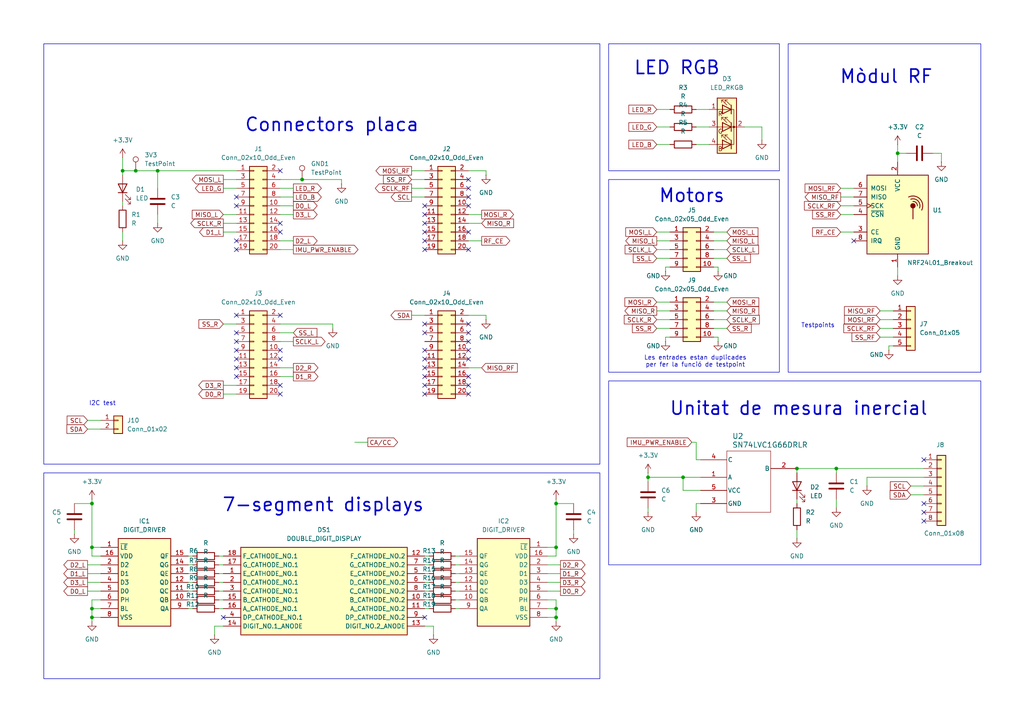
<source format=kicad_sch>
(kicad_sch (version 20250114) (generator "eeschema") (generator_version "9.0")
  (paper "A4")
  (title_block (title "LSE2 - Adrià Brú i Miquel Limón"))
  (rectangle (start 12.7 137.16) (end 173.99 196.85))
  (rectangle (start 176.53 52.07) (end 226.06 107.95))
  (rectangle (start 228.6 12.7) (end 284.48 107.95))
  (rectangle (start 176.53 110.49) (end 284.48 163.83))
  (rectangle (start 12.7 12.7) (end 173.99 134.62))
  (rectangle (start 176.53 12.7) (end 226.06 49.53))
  (text "Motors" (at 200.66 56.896 0) (effects (font (size 3.81 3.81) (thickness 0.4763))))
  (text "Unitat de mesura inercial" (at 231.648 118.618 0) (effects (font (size 3.81 3.81) (thickness 0.4763))))
  (text "Connectors placa" (at 96.266 36.322 0) (effects (font (size 3.81 3.81) (thickness 0.4763))))
  (text "Testpoints" (at 237.236 94.488 0) (effects (font (size 1.27 1.27))))
  (text "Mòdul RF" (at 257.048 22.352 0) (effects (font (size 3.81 3.81) (thickness 0.4763))))
  (text "LED RGB" (at 196.342 19.812 0) (effects (font (size 3.81 3.81) (thickness 0.4763))))
  (text "Les entrades estan duplicades\nper fer la funció de testpoint\n" (at 201.676 104.902 0) (effects (font (size 1.27 1.27))))
  (text "I2C test" (at 29.718 117.094 0) (effects (font (size 1.27 1.27))))
  (text "7-segment displays" (at 93.726 146.558 0) (effects (font (size 3.81 3.81) (thickness 0.4763))))
  (junction (at 242.57 135.89))
  (junction (at 45.72 49.53))
  (junction (at 35.56 49.53))
  (junction (at 198.12 138.43))
  (junction (at 260.35 44.45))
  (junction (at 26.67 179.07))
  (junction (at 161.29 146.05))
  (junction (at 161.29 179.07))
  (junction (at 161.29 176.53))
  (junction (at 187.96 138.43))
  (junction (at 231.14 135.89))
  (junction (at 26.67 158.75))
  (junction (at 26.67 146.05))
  (junction (at 161.29 158.75))
  (junction (at 87.63 52.07))
  (junction (at 26.67 176.53))
  (junction (at 39.37 49.53))
  (no_connect (at 68.58 96.52))
  (no_connect (at 123.19 62.23))
  (no_connect (at 123.19 104.14))
  (no_connect (at 135.89 96.52))
  (no_connect (at 81.28 101.6))
  (no_connect (at 123.19 72.39))
  (no_connect (at 68.58 59.69))
  (no_connect (at 123.19 109.22))
  (no_connect (at 123.19 64.77))
  (no_connect (at 135.89 72.39))
  (no_connect (at 135.89 111.76))
  (no_connect (at 64.77 179.07))
  (no_connect (at 68.58 57.15))
  (no_connect (at 68.58 101.6))
  (no_connect (at 135.89 57.15))
  (no_connect (at 123.19 101.6))
  (no_connect (at 68.58 72.39))
  (no_connect (at 68.58 69.85))
  (no_connect (at 123.19 96.52))
  (no_connect (at 267.97 146.05))
  (no_connect (at 81.28 49.53))
  (no_connect (at 68.58 106.68))
  (no_connect (at 267.97 151.13))
  (no_connect (at 68.58 99.06))
  (no_connect (at 135.89 52.07))
  (no_connect (at 123.19 114.3))
  (no_connect (at 81.28 114.3))
  (no_connect (at 81.28 111.76))
  (no_connect (at 247.65 69.85))
  (no_connect (at 123.19 69.85))
  (no_connect (at 135.89 59.69))
  (no_connect (at 81.28 91.44))
  (no_connect (at 123.19 111.76))
  (no_connect (at 123.19 106.68))
  (no_connect (at 123.19 59.69))
  (no_connect (at 135.89 99.06))
  (no_connect (at 135.89 104.14))
  (no_connect (at 123.19 179.07))
  (no_connect (at 267.97 133.35))
  (no_connect (at 135.89 54.61))
  (no_connect (at 135.89 114.3))
  (no_connect (at 123.19 67.31))
  (no_connect (at 135.89 101.6))
  (no_connect (at 68.58 91.44))
  (no_connect (at 68.58 104.14))
  (no_connect (at 68.58 109.22))
  (no_connect (at 123.19 93.98))
  (no_connect (at 81.28 64.77))
  (no_connect (at 267.97 148.59))
  (no_connect (at 135.89 109.22))
  (no_connect (at 81.28 104.14))
  (no_connect (at 135.89 67.31))
  (no_connect (at 81.28 67.31))
  (no_connect (at 135.89 93.98))
  (wire (pts (xy 158.75 163.83) (xy 162.56 163.83)))
  (wire (pts (xy 26.67 146.05) (xy 26.67 158.75)))
  (wire (pts (xy 247.65 62.23) (xy 243.84 62.23)))
  (wire (pts (xy 25.4 168.91) (xy 29.21 168.91)))
  (wire (pts (xy 26.67 158.75) (xy 26.67 161.29)))
  (wire (pts (xy 187.96 147.32) (xy 187.96 148.59)))
  (wire (pts (xy 119.38 91.44) (xy 123.19 91.44)))
  (wire (pts (xy 208.28 97.79) (xy 208.28 99.06)))
  (wire (pts (xy 198.12 138.43) (xy 203.2 138.43)))
  (wire (pts (xy 102.87 128.27) (xy 106.68 128.27)))
  (wire (pts (xy 231.14 153.67) (xy 231.14 156.21)))
  (wire (pts (xy 207.01 92.71) (xy 210.82 92.71)))
  (wire (pts (xy 161.29 176.53) (xy 158.75 176.53)))
  (wire (pts (xy 135.89 106.68) (xy 139.7 106.68)))
  (wire (pts (xy 63.5 176.53) (xy 64.77 176.53)))
  (wire (pts (xy 135.89 64.77) (xy 139.7 64.77)))
  (wire (pts (xy 45.72 49.53) (xy 45.72 54.61)))
  (wire (pts (xy 26.67 146.05) (xy 21.59 146.05)))
  (wire (pts (xy 190.5 95.25) (xy 194.31 95.25)))
  (wire (pts (xy 215.9 36.83) (xy 220.98 36.83)))
  (wire (pts (xy 54.61 168.91) (xy 55.88 168.91)))
  (wire (pts (xy 255.27 92.71) (xy 259.08 92.71)))
  (wire (pts (xy 132.08 161.29) (xy 133.35 161.29)))
  (wire (pts (xy 198.12 138.43) (xy 198.12 142.24)))
  (wire (pts (xy 158.75 179.07) (xy 161.29 179.07)))
  (wire (pts (xy 231.14 135.89) (xy 231.14 137.16)))
  (wire (pts (xy 193.04 77.47) (xy 194.31 77.47)))
  (wire (pts (xy 190.5 92.71) (xy 194.31 92.71)))
  (wire (pts (xy 207.01 72.39) (xy 210.82 72.39)))
  (wire (pts (xy 119.38 49.53) (xy 123.19 49.53)))
  (wire (pts (xy 270.51 44.45) (xy 273.05 44.45)))
  (wire (pts (xy 25.4 166.37) (xy 29.21 166.37)))
  (wire (pts (xy 123.19 173.99) (xy 124.46 173.99)))
  (wire (pts (xy 267.97 138.43) (xy 251.46 138.43)))
  (wire (pts (xy 135.89 91.44) (xy 140.97 91.44)))
  (wire (pts (xy 260.35 44.45) (xy 260.35 46.99)))
  (wire (pts (xy 63.5 166.37) (xy 64.77 166.37)))
  (wire (pts (xy 207.01 90.17) (xy 210.82 90.17)))
  (wire (pts (xy 242.57 144.78) (xy 242.57 147.32)))
  (wire (pts (xy 187.96 139.7) (xy 187.96 138.43)))
  (wire (pts (xy 231.14 135.89) (xy 242.57 135.89)))
  (wire (pts (xy 243.84 59.69) (xy 247.65 59.69)))
  (wire (pts (xy 123.19 176.53) (xy 124.46 176.53)))
  (wire (pts (xy 158.75 171.45) (xy 162.56 171.45)))
  (wire (pts (xy 63.5 161.29) (xy 64.77 161.29)))
  (wire (pts (xy 140.97 49.53) (xy 140.97 50.8)))
  (wire (pts (xy 201.93 36.83) (xy 205.74 36.83)))
  (wire (pts (xy 207.01 77.47) (xy 208.28 77.47)))
  (wire (pts (xy 203.2 146.05) (xy 201.93 146.05)))
  (wire (pts (xy 26.67 176.53) (xy 26.67 179.07)))
  (wire (pts (xy 190.5 74.93) (xy 194.31 74.93)))
  (wire (pts (xy 161.29 146.05) (xy 161.29 158.75)))
  (wire (pts (xy 81.28 93.98) (xy 96.52 93.98)))
  (wire (pts (xy 64.77 64.77) (xy 68.58 64.77)))
  (wire (pts (xy 201.93 31.75) (xy 205.74 31.75)))
  (wire (pts (xy 64.77 62.23) (xy 68.58 62.23)))
  (wire (pts (xy 35.56 45.72) (xy 35.56 49.53)))
  (wire (pts (xy 81.28 96.52) (xy 85.09 96.52)))
  (wire (pts (xy 68.58 67.31) (xy 64.77 67.31)))
  (wire (pts (xy 26.67 144.78) (xy 26.67 146.05)))
  (wire (pts (xy 63.5 168.91) (xy 64.77 168.91)))
  (wire (pts (xy 25.4 124.46) (xy 29.21 124.46)))
  (wire (pts (xy 85.09 72.39) (xy 81.28 72.39)))
  (wire (pts (xy 81.28 99.06) (xy 85.09 99.06)))
  (wire (pts (xy 123.19 52.07) (xy 119.38 52.07)))
  (wire (pts (xy 132.08 168.91) (xy 133.35 168.91)))
  (wire (pts (xy 35.56 49.53) (xy 39.37 49.53)))
  (wire (pts (xy 132.08 171.45) (xy 133.35 171.45)))
  (wire (pts (xy 161.29 180.34) (xy 161.29 179.07)))
  (wire (pts (xy 81.28 62.23) (xy 85.09 62.23)))
  (wire (pts (xy 132.08 166.37) (xy 133.35 166.37)))
  (wire (pts (xy 190.5 72.39) (xy 194.31 72.39)))
  (wire (pts (xy 54.61 171.45) (xy 55.88 171.45)))
  (wire (pts (xy 257.81 101.6) (xy 257.81 100.33)))
  (wire (pts (xy 64.77 54.61) (xy 68.58 54.61)))
  (wire (pts (xy 123.19 166.37) (xy 124.46 166.37)))
  (wire (pts (xy 158.75 158.75) (xy 161.29 158.75)))
  (wire (pts (xy 26.67 179.07) (xy 26.67 180.34)))
  (wire (pts (xy 251.46 138.43) (xy 251.46 140.97)))
  (wire (pts (xy 187.96 137.16) (xy 187.96 138.43)))
  (wire (pts (xy 161.29 173.99) (xy 161.29 176.53)))
  (wire (pts (xy 119.38 57.15) (xy 123.19 57.15)))
  (wire (pts (xy 26.67 173.99) (xy 26.67 176.53)))
  (wire (pts (xy 132.08 173.99) (xy 133.35 173.99)))
  (wire (pts (xy 260.35 77.47) (xy 260.35 80.01)))
  (wire (pts (xy 193.04 97.79) (xy 194.31 97.79)))
  (wire (pts (xy 35.56 67.31) (xy 35.56 69.85)))
  (wire (pts (xy 255.27 95.25) (xy 259.08 95.25)))
  (wire (pts (xy 39.37 49.53) (xy 45.72 49.53)))
  (wire (pts (xy 132.08 176.53) (xy 133.35 176.53)))
  (wire (pts (xy 190.5 41.91) (xy 194.31 41.91)))
  (wire (pts (xy 35.56 58.42) (xy 35.56 59.69)))
  (wire (pts (xy 62.23 184.15) (xy 62.23 181.61)))
  (wire (pts (xy 63.5 171.45) (xy 64.77 171.45)))
  (wire (pts (xy 207.01 69.85) (xy 210.82 69.85)))
  (wire (pts (xy 193.04 78.74) (xy 193.04 77.47)))
  (wire (pts (xy 85.09 106.68) (xy 81.28 106.68)))
  (wire (pts (xy 140.97 91.44) (xy 140.97 92.71)))
  (wire (pts (xy 190.5 87.63) (xy 194.31 87.63)))
  (wire (pts (xy 242.57 135.89) (xy 267.97 135.89)))
  (wire (pts (xy 123.19 181.61) (xy 125.73 181.61)))
  (wire (pts (xy 193.04 99.06) (xy 193.04 97.79)))
  (wire (pts (xy 161.29 144.78) (xy 161.29 146.05)))
  (wire (pts (xy 132.08 163.83) (xy 133.35 163.83)))
  (wire (pts (xy 29.21 161.29) (xy 26.67 161.29)))
  (wire (pts (xy 267.97 143.51) (xy 264.16 143.51)))
  (wire (pts (xy 243.84 54.61) (xy 247.65 54.61)))
  (wire (pts (xy 207.01 74.93) (xy 210.82 74.93)))
  (wire (pts (xy 220.98 36.83) (xy 220.98 40.64)))
  (wire (pts (xy 190.5 90.17) (xy 194.31 90.17)))
  (wire (pts (xy 125.73 181.61) (xy 125.73 184.15)))
  (wire (pts (xy 200.66 128.27) (xy 201.93 128.27)))
  (wire (pts (xy 139.7 69.85) (xy 135.89 69.85)))
  (wire (pts (xy 63.5 163.83) (xy 64.77 163.83)))
  (wire (pts (xy 29.21 173.99) (xy 26.67 173.99)))
  (wire (pts (xy 63.5 173.99) (xy 64.77 173.99)))
  (wire (pts (xy 29.21 158.75) (xy 26.67 158.75)))
  (wire (pts (xy 68.58 111.76) (xy 64.77 111.76)))
  (wire (pts (xy 99.06 52.07) (xy 87.63 52.07)))
  (wire (pts (xy 29.21 176.53) (xy 26.67 176.53)))
  (wire (pts (xy 25.4 163.83) (xy 29.21 163.83)))
  (wire (pts (xy 242.57 135.89) (xy 242.57 137.16)))
  (wire (pts (xy 243.84 57.15) (xy 247.65 57.15)))
  (wire (pts (xy 135.89 62.23) (xy 139.7 62.23)))
  (wire (pts (xy 45.72 62.23) (xy 45.72 64.77)))
  (wire (pts (xy 198.12 142.24) (xy 203.2 142.24)))
  (wire (pts (xy 96.52 93.98) (xy 96.52 95.25)))
  (wire (pts (xy 54.61 176.53) (xy 55.88 176.53)))
  (wire (pts (xy 54.61 166.37) (xy 55.88 166.37)))
  (wire (pts (xy 243.84 67.31) (xy 247.65 67.31)))
  (wire (pts (xy 201.93 41.91) (xy 205.74 41.91)))
  (wire (pts (xy 135.89 49.53) (xy 140.97 49.53)))
  (wire (pts (xy 187.96 138.43) (xy 198.12 138.43)))
  (wire (pts (xy 85.09 57.15) (xy 81.28 57.15)))
  (wire (pts (xy 54.61 161.29) (xy 55.88 161.29)))
  (wire (pts (xy 62.23 181.61) (xy 64.77 181.61)))
  (wire (pts (xy 26.67 179.07) (xy 29.21 179.07)))
  (wire (pts (xy 201.93 133.35) (xy 203.2 133.35)))
  (wire (pts (xy 64.77 52.07) (xy 68.58 52.07)))
  (wire (pts (xy 201.93 146.05) (xy 201.93 148.59)))
  (wire (pts (xy 208.28 77.47) (xy 208.28 78.74)))
  (wire (pts (xy 123.19 171.45) (xy 124.46 171.45)))
  (wire (pts (xy 161.29 158.75) (xy 161.29 161.29)))
  (wire (pts (xy 54.61 163.83) (xy 55.88 163.83)))
  (wire (pts (xy 201.93 128.27) (xy 201.93 133.35)))
  (wire (pts (xy 207.01 95.25) (xy 210.82 95.25)))
  (wire (pts (xy 260.35 41.91) (xy 260.35 44.45)))
  (wire (pts (xy 21.59 153.67) (xy 21.59 154.94)))
  (wire (pts (xy 123.19 168.91) (xy 124.46 168.91)))
  (wire (pts (xy 87.63 52.07) (xy 81.28 52.07)))
  (wire (pts (xy 231.14 144.78) (xy 231.14 146.05)))
  (wire (pts (xy 54.61 173.99) (xy 55.88 173.99)))
  (wire (pts (xy 255.27 90.17) (xy 259.08 90.17)))
  (wire (pts (xy 64.77 93.98) (xy 68.58 93.98)))
  (wire (pts (xy 68.58 114.3) (xy 64.77 114.3)))
  (wire (pts (xy 207.01 87.63) (xy 210.82 87.63)))
  (wire (pts (xy 123.19 161.29) (xy 124.46 161.29)))
  (wire (pts (xy 81.28 59.69) (xy 85.09 59.69)))
  (wire (pts (xy 158.75 161.29) (xy 161.29 161.29)))
  (wire (pts (xy 161.29 179.07) (xy 161.29 176.53)))
  (wire (pts (xy 85.09 54.61) (xy 81.28 54.61)))
  (wire (pts (xy 158.75 173.99) (xy 161.29 173.99)))
  (wire (pts (xy 161.29 146.05) (xy 166.37 146.05)))
  (wire (pts (xy 35.56 50.8) (xy 35.56 49.53)))
  (wire (pts (xy 273.05 44.45) (xy 273.05 46.99)))
  (wire (pts (xy 123.19 163.83) (xy 124.46 163.83)))
  (wire (pts (xy 190.5 67.31) (xy 194.31 67.31)))
  (wire (pts (xy 85.09 109.22) (xy 81.28 109.22)))
  (wire (pts (xy 207.01 67.31) (xy 210.82 67.31)))
  (wire (pts (xy 158.75 166.37) (xy 162.56 166.37)))
  (wire (pts (xy 45.72 49.53) (xy 68.58 49.53)))
  (wire (pts (xy 25.4 121.92) (xy 29.21 121.92)))
  (wire (pts (xy 166.37 153.67) (xy 166.37 154.94)))
  (wire (pts (xy 267.97 140.97) (xy 264.16 140.97)))
  (wire (pts (xy 207.01 97.79) (xy 208.28 97.79)))
  (wire (pts (xy 190.5 36.83) (xy 194.31 36.83)))
  (wire (pts (xy 158.75 168.91) (xy 162.56 168.91)))
  (wire (pts (xy 81.28 69.85) (xy 85.09 69.85)))
  (wire (pts (xy 190.5 31.75) (xy 194.31 31.75)))
  (wire (pts (xy 260.35 44.45) (xy 262.89 44.45)))
  (wire (pts (xy 99.06 53.34) (xy 99.06 52.07)))
  (wire (pts (xy 119.38 54.61) (xy 123.19 54.61)))
  (wire (pts (xy 190.5 69.85) (xy 194.31 69.85)))
  (wire (pts (xy 25.4 171.45) (xy 29.21 171.45)))
  (wire (pts (xy 259.08 97.79) (xy 255.27 97.79)))
  (wire (pts (xy 257.81 100.33) (xy 259.08 100.33)))
  (global_label "D1_R" (shape output) (at 85.09 109.22 0) (property "Intersheetrefs" "${INTERSHEET_REFS}" (effects (hide yes))))
  (global_label "MISO_L" (shape input) (at 64.77 62.23 180) (property "Intersheetrefs" "${INTERSHEET_REFS}" (effects (hide yes))))
  (global_label "SS_R" (shape input) (at 210.82 95.25 0) (property "Intersheetrefs" "${INTERSHEET_REFS}" (effects (hide yes))))
  (global_label "SS_L" (shape input) (at 210.82 74.93 0) (property "Intersheetrefs" "${INTERSHEET_REFS}" (effects (hide yes))))
  (global_label "D3_R" (shape output) (at 64.77 111.76 180) (property "Intersheetrefs" "${INTERSHEET_REFS}" (effects (hide yes))))
  (global_label "MOSI_R" (shape output) (at 139.7 62.23 0) (property "Intersheetrefs" "${INTERSHEET_REFS}" (effects (hide yes))))
  (global_label "D2_L" (shape output) (at 85.09 69.85 0) (property "Intersheetrefs" "${INTERSHEET_REFS}" (effects (hide yes))))
  (global_label "IMU_PWR_ENABLE" (shape input) (at 200.66 128.27 180) (property "Intersheetrefs" "${INTERSHEET_REFS}" (effects (hide yes))))
  (global_label "SS_L" (shape input) (at 85.09 96.52 0) (property "Intersheetrefs" "${INTERSHEET_REFS}" (effects (hide yes))))
  (global_label "SS_RF" (shape input) (at 243.84 62.23 180) (property "Intersheetrefs" "${INTERSHEET_REFS}" (effects (hide yes))))
  (global_label "SCLK_L" (shape input) (at 190.5 72.39 180) (property "Intersheetrefs" "${INTERSHEET_REFS}" (effects (hide yes))))
  (global_label "MOSI_L" (shape input) (at 210.82 67.31 0) (property "Intersheetrefs" "${INTERSHEET_REFS}" (effects (hide yes))))
  (global_label "LED_R" (shape output) (at 85.09 54.61 0) (property "Intersheetrefs" "${INTERSHEET_REFS}" (effects (hide yes))))
  (global_label "RF_CE" (shape output) (at 139.7 69.85 0) (property "Intersheetrefs" "${INTERSHEET_REFS}" (effects (hide yes))))
  (global_label "D0_R" (shape output) (at 162.56 171.45 0) (property "Intersheetrefs" "${INTERSHEET_REFS}" (effects (hide yes))))
  (global_label "D0_L" (shape output) (at 25.4 171.45 180) (property "Intersheetrefs" "${INTERSHEET_REFS}" (effects (hide yes))))
  (global_label "SCLK_RF" (shape output) (at 119.38 54.61 180) (property "Intersheetrefs" "${INTERSHEET_REFS}" (effects (hide yes))))
  (global_label "MOSI_R" (shape input) (at 210.82 87.63 0) (property "Intersheetrefs" "${INTERSHEET_REFS}" (effects (hide yes))))
  (global_label "SCLK_R" (shape input) (at 210.82 92.71 0) (property "Intersheetrefs" "${INTERSHEET_REFS}" (effects (hide yes))))
  (global_label "D3_R" (shape output) (at 162.56 168.91 0) (property "Intersheetrefs" "${INTERSHEET_REFS}" (effects (hide yes))))
  (global_label "MISO_RF" (shape output) (at 243.84 57.15 180) (property "Intersheetrefs" "${INTERSHEET_REFS}" (effects (hide yes))))
  (global_label "SCL" (shape input) (at 264.16 140.97 180) (property "Intersheetrefs" "${INTERSHEET_REFS}" (effects (hide yes))))
  (global_label "MOSI_L" (shape input) (at 190.5 67.31 180) (property "Intersheetrefs" "${INTERSHEET_REFS}" (effects (hide yes))))
  (global_label "D1_L" (shape output) (at 25.4 166.37 180) (property "Intersheetrefs" "${INTERSHEET_REFS}" (effects (hide yes))))
  (global_label "D3_L" (shape output) (at 85.09 62.23 0) (property "Intersheetrefs" "${INTERSHEET_REFS}" (effects (hide yes))))
  (global_label "SS_R" (shape input) (at 190.5 95.25 180) (property "Intersheetrefs" "${INTERSHEET_REFS}" (effects (hide yes))))
  (global_label "D1_L" (shape output) (at 64.77 67.31 180) (property "Intersheetrefs" "${INTERSHEET_REFS}" (effects (hide yes))))
  (global_label "D0_R" (shape output) (at 64.77 114.3 180) (property "Intersheetrefs" "${INTERSHEET_REFS}" (effects (hide yes))))
  (global_label "SCLK_R" (shape output) (at 64.77 64.77 180) (property "Intersheetrefs" "${INTERSHEET_REFS}" (effects (hide yes))))
  (global_label "SCLK_RF" (shape input) (at 243.84 59.69 180) (property "Intersheetrefs" "${INTERSHEET_REFS}" (effects (hide yes))))
  (global_label "D2_R" (shape output) (at 85.09 106.68 0) (property "Intersheetrefs" "${INTERSHEET_REFS}" (effects (hide yes))))
  (global_label "MOSI_RF" (shape input) (at 255.27 92.71 180) (property "Intersheetrefs" "${INTERSHEET_REFS}" (effects (hide yes))))
  (global_label "SDA" (shape input) (at 264.16 143.51 180) (property "Intersheetrefs" "${INTERSHEET_REFS}" (effects (hide yes))))
  (global_label "SDA" (shape input) (at 25.4 124.46 180) (property "Intersheetrefs" "${INTERSHEET_REFS}" (effects (hide yes))))
  (global_label "MOSI_R" (shape input) (at 190.5 87.63 180) (property "Intersheetrefs" "${INTERSHEET_REFS}" (effects (hide yes))))
  (global_label "SCLK_R" (shape input) (at 190.5 92.71 180) (property "Intersheetrefs" "${INTERSHEET_REFS}" (effects (hide yes))))
  (global_label "LED_B" (shape output) (at 85.09 57.15 0) (property "Intersheetrefs" "${INTERSHEET_REFS}" (effects (hide yes))))
  (global_label "IMU_PWR_ENABLE" (shape output) (at 85.09 72.39 0) (property "Intersheetrefs" "${INTERSHEET_REFS}" (effects (hide yes))))
  (global_label "LED_R" (shape input) (at 190.5 31.75 180) (property "Intersheetrefs" "${INTERSHEET_REFS}" (effects (hide yes))))
  (global_label "D1_R" (shape output) (at 162.56 166.37 0) (property "Intersheetrefs" "${INTERSHEET_REFS}" (effects (hide yes))))
  (global_label "CA{slash}CC" (shape output) (at 106.68 128.27 0) (property "Intersheetrefs" "${INTERSHEET_REFS}" (effects (hide yes))))
  (global_label "SCLK_L" (shape input) (at 210.82 72.39 0) (property "Intersheetrefs" "${INTERSHEET_REFS}" (effects (hide yes))))
  (global_label "SCLK_RF" (shape input) (at 255.27 95.25 180) (property "Intersheetrefs" "${INTERSHEET_REFS}" (effects (hide yes))))
  (global_label "SS_L" (shape input) (at 190.5 74.93 180) (property "Intersheetrefs" "${INTERSHEET_REFS}" (effects (hide yes))))
  (global_label "SS_RF" (shape input) (at 119.38 52.07 180) (property "Intersheetrefs" "${INTERSHEET_REFS}" (effects (hide yes))))
  (global_label "MOSI_RF" (shape output) (at 119.38 49.53 180) (property "Intersheetrefs" "${INTERSHEET_REFS}" (effects (hide yes))))
  (global_label "MISO_R" (shape input) (at 139.7 64.77 0) (property "Intersheetrefs" "${INTERSHEET_REFS}" (effects (hide yes))))
  (global_label "D2_R" (shape output) (at 162.56 163.83 0) (property "Intersheetrefs" "${INTERSHEET_REFS}" (effects (hide yes))))
  (global_label "D3_L" (shape output) (at 25.4 168.91 180) (property "Intersheetrefs" "${INTERSHEET_REFS}" (effects (hide yes))))
  (global_label "MISO_RF" (shape input) (at 255.27 90.17 180) (property "Intersheetrefs" "${INTERSHEET_REFS}" (effects (hide yes))))
  (global_label "MOSI_RF" (shape input) (at 243.84 54.61 180) (property "Intersheetrefs" "${INTERSHEET_REFS}" (effects (hide yes))))
  (global_label "SS_RF" (shape input) (at 255.27 97.79 180) (property "Intersheetrefs" "${INTERSHEET_REFS}" (effects (hide yes))))
  (global_label "LED_G" (shape input) (at 190.5 36.83 180) (property "Intersheetrefs" "${INTERSHEET_REFS}" (effects (hide yes))))
  (global_label "MISO_RF" (shape input) (at 139.7 106.68 0) (property "Intersheetrefs" "${INTERSHEET_REFS}" (effects (hide yes))))
  (global_label "SCLK_L" (shape output) (at 85.09 99.06 0) (property "Intersheetrefs" "${INTERSHEET_REFS}" (effects (hide yes))))
  (global_label "SCL" (shape input) (at 25.4 121.92 180) (property "Intersheetrefs" "${INTERSHEET_REFS}" (effects (hide yes))))
  (global_label "MISO_L" (shape output) (at 190.5 69.85 180) (property "Intersheetrefs" "${INTERSHEET_REFS}" (effects (hide yes))))
  (global_label "LED_B" (shape input) (at 190.5 41.91 180) (property "Intersheetrefs" "${INTERSHEET_REFS}" (effects (hide yes))))
  (global_label "SS_R" (shape input) (at 64.77 93.98 180) (property "Intersheetrefs" "${INTERSHEET_REFS}" (effects (hide yes))))
  (global_label "MISO_R" (shape input) (at 210.82 90.17 0) (property "Intersheetrefs" "${INTERSHEET_REFS}" (effects (hide yes))))
  (global_label "SDA" (shape output) (at 119.38 91.44 180) (property "Intersheetrefs" "${INTERSHEET_REFS}" (effects (hide yes))))
  (global_label "MISO_R" (shape output) (at 190.5 90.17 180) (property "Intersheetrefs" "${INTERSHEET_REFS}" (effects (hide yes))))
  (global_label "MISO_L" (shape input) (at 210.82 69.85 0) (property "Intersheetrefs" "${INTERSHEET_REFS}" (effects (hide yes))))
  (global_label "D0_L" (shape output) (at 85.09 59.69 0) (property "Intersheetrefs" "${INTERSHEET_REFS}" (effects (hide yes))))
  (global_label "RF_CE" (shape input) (at 243.84 67.31 180) (property "Intersheetrefs" "${INTERSHEET_REFS}" (effects (hide yes))))
  (global_label "LED_G" (shape output) (at 64.77 54.61 180) (property "Intersheetrefs" "${INTERSHEET_REFS}" (effects (hide yes))))
  (global_label "MOSI_L" (shape output) (at 64.77 52.07 180) (property "Intersheetrefs" "${INTERSHEET_REFS}" (effects (hide yes))))
  (global_label "SCL" (shape output) (at 119.38 57.15 180) (property "Intersheetrefs" "${INTERSHEET_REFS}" (effects (hide yes))))
  (global_label "D2_L" (shape output) (at 25.4 163.83 180) (property "Intersheetrefs" "${INTERSHEET_REFS}" (effects (hide yes))))
  (symbol (lib_id "power:GND") (at 35.56 69.85 0) (unit 1)
    (property "Reference" "#PWR010" (effects (hide yes)))
    (property "Value" "GND" (at 35.56 74.93 0))
    (property "Description" "Power symbol creates a global label with name \"GND\" , ground" (effects (hide yes)))
  )
  (symbol (lib_id "Connector:TestPoint") (at 87.63 52.07 0) (unit 1)
    (property "Reference" "GND1" (at 90.17 47.4979 0) (effects (justify left)))
    (property "Value" "TestPoint" (at 90.17 50.0379 0) (effects (justify left)))
    (property "Footprint" "Connector_PinHeader_2.54mm:PinHeader_1x01_P2.54mm_Vertical" (effects (hide yes)))
    (property "Description" "test point" (effects (hide yes)))
  )
  (symbol (lib_id "power:GND") (at 62.23 184.15 0) (unit 1)
    (property "Reference" "#PWR04" (effects (hide yes)))
    (property "Value" "GND" (at 62.23 189.23 0))
    (property "Description" "Power symbol creates a global label with name \"GND\" , ground" (effects (hide yes)))
  )
  (symbol (lib_id "Connector_Generic:Conn_01x08") (at 273.05 140.97 0) (unit 1)
    (property "Reference" "J8" (at 271.526 129.032 0) (effects (justify left)))
    (property "Value" "Conn_01x08" (at 267.97 154.686 0) (effects (justify left)))
    (property "Footprint" "LSE2:GY-91" (effects (hide yes)))
    (property "Description" "Generic connector, single row, 01x08, script generated (kicad-library-utils/schlib/autogen/connector/)" (effects (hide yes)))
  )
  (symbol (lib_id "power:+3.3V") (at 187.96 137.16 0) (unit 1)
    (property "Reference" "#PWR012" (effects (hide yes)))
    (property "Value" "+3.3V" (at 187.96 132.08 0))
    (property "Description" "Power symbol creates a global label with name \"+3.3V\"" (effects (hide yes)))
  )
  (symbol (lib_id "Connector_Generic:Conn_02x05_Odd_Even") (at 199.39 92.71 0) (unit 1)
    (property "Reference" "J9" (at 200.66 81.28 0))
    (property "Value" "Conn_02x05_Odd_Even" (at 200.66 83.82 0))
    (property "Footprint" "Connector_PinHeader_2.54mm:PinHeader_2x05_P2.54mm_Vertical" (effects (hide yes)))
    (property "Description" "Generic connector, double row, 02x05, odd/even pin numbering scheme (row 1 odd numbers, row 2 even numbers), script generated (kicad-library-utils/schlib/autogen/connector/)" (effects (hide yes)))
  )
  (symbol (lib_id "power:+3.3V") (at 26.67 144.78 0) (mirror y) (unit 1)
    (property "Reference" "#PWR020" (effects (hide yes)))
    (property "Value" "+3.3V" (at 26.67 139.7 0))
    (property "Description" "Power symbol creates a global label with name \"+3.3V\"" (effects (hide yes)))
  )
  (symbol (lib_id "power:GND") (at 231.14 156.21 0) (unit 1)
    (property "Reference" "#PWR011" (effects (hide yes)))
    (property "Value" "GND" (at 231.14 161.29 0))
    (property "Description" "Power symbol creates a global label with name \"GND\" , ground" (effects (hide yes)))
  )
  (symbol (lib_id "Device:R") (at 128.27 166.37 90) (unit 1)
    (property "Reference" "R15" (at 124.46 165.1 90))
    (property "Value" "R" (at 128.27 162.56 90))
    (property "Footprint" "Resistor_SMD:R_1206_3216Metric" (effects (hide yes)))
    (property "Description" "Resistor" (effects (hide yes)))
  )
  (symbol (lib_id "RF:NRF24L01_Breakout") (at 260.35 62.23 0) (unit 1)
    (property "Reference" "U1" (at 270.51 60.9599 0) (effects (justify left)))
    (property "Value" "NRF24L01_Breakout" (at 263.144 76.2 0) (effects (justify left)))
    (property "Footprint" "RF_Module:nRF24L01_Breakout" (effects (hide yes)))
    (property "Datasheet" "http://www.nordicsemi.com/eng/content/download/2730/34105/file/nRF24L01_Product_Specification_v2_0.pdf" (effects (hide yes)))
    (property "Description" "Ultra low power 2.4GHz RF Transceiver, Carrier PCB" (effects (hide yes)))
  )
  (symbol (lib_id "Connector_Generic:Conn_02x10_Odd_Even") (at 73.66 59.69 0) (unit 1)
    (property "Reference" "J1" (at 74.93 43.18 0))
    (property "Value" "Conn_02x10_Odd_Even" (at 74.93 45.72 0))
    (property "Footprint" "Connector_PinHeader_2.54mm:PinHeader_2x10_P2.54mm_Vertical" (effects (hide yes)))
    (property "Description" "Generic connector, double row, 02x10, odd/even pin numbering scheme (row 1 odd numbers, row 2 even numbers), script generated (kicad-library-utils/schlib/autogen/connector/)" (effects (hide yes)))
  )
  (symbol (lib_id "Connector:TestPoint") (at 39.37 49.53 0) (unit 1)
    (property "Reference" "3V3" (at 41.91 44.9579 0) (effects (justify left)))
    (property "Value" "TestPoint" (at 41.91 47.4979 0) (effects (justify left)))
    (property "Footprint" "Connector_PinHeader_2.54mm:PinHeader_1x01_P2.54mm_Vertical" (effects (hide yes)))
    (property "Description" "test point" (effects (hide yes)))
  )
  (symbol (lib_id "power:GND") (at 161.29 180.34 0) (unit 1)
    (property "Reference" "#PWR01" (effects (hide yes)))
    (property "Value" "GND" (at 161.29 185.42 0))
    (property "Description" "Power symbol creates a global label with name \"GND\" , ground" (effects (hide yes)))
  )
  (symbol (lib_id "Connector_Generic:Conn_02x10_Odd_Even") (at 73.66 101.6 0) (unit 1)
    (property "Reference" "J3" (at 74.93 85.09 0))
    (property "Value" "Conn_02x10_Odd_Even" (at 74.93 87.63 0))
    (property "Footprint" "Connector_PinHeader_2.54mm:PinHeader_2x10_P2.54mm_Vertical" (effects (hide yes)))
    (property "Description" "Generic connector, double row, 02x10, odd/even pin numbering scheme (row 1 odd numbers, row 2 even numbers), script generated (kicad-library-utils/schlib/autogen/connector/)" (effects (hide yes)))
  )
  (symbol (lib_id "Device:C") (at 187.96 143.51 0) (unit 1)
    (property "Reference" "C6" (at 191.77 142.2399 0) (effects (justify left)))
    (property "Value" "C" (at 191.77 144.7799 0) (effects (justify left)))
    (property "Footprint" "Capacitor_SMD:C_1206_3216Metric" (effects (hide yes)))
    (property "Description" "Unpolarized capacitor" (effects (hide yes)))
  )
  (symbol (lib_id "Device:R") (at 198.12 31.75 90) (unit 1)
    (property "Reference" "R3" (at 198.12 25.4 90))
    (property "Value" "R" (at 198.12 27.94 90))
    (property "Footprint" "Resistor_SMD:R_1206_3216Metric" (effects (hide yes)))
    (property "Description" "Resistor" (effects (hide yes)))
  )
  (symbol (lib_id "power:GND") (at 273.05 46.99 0) (unit 1)
    (property "Reference" "#PWR017" (effects (hide yes)))
    (property "Value" "GND" (at 273.05 52.07 0))
    (property "Description" "Power symbol creates a global label with name \"GND\" , ground" (effects (hide yes)))
  )
  (symbol (lib_id "power:GND") (at 257.81 101.6 0) (unit 1)
    (property "Reference" "#PWR030" (effects (hide yes)))
    (property "Value" "GND" (at 254.254 102.87 0))
    (property "Description" "Power symbol creates a global label with name \"GND\" , ground" (effects (hide yes)))
  )
  (symbol (lib_id "Device:LED") (at 231.14 140.97 90) (unit 1)
    (property "Reference" "D2" (at 234.95 141.2874 90) (effects (justify right)))
    (property "Value" "LED" (at 234.95 143.8274 90) (effects (justify right)))
    (property "Footprint" "LED_THT:LED_D3.0mm" (effects (hide yes)))
    (property "Description" "Light emitting diode" (effects (hide yes)))
    (property "Sim.Pins" "1=K 2=A" (effects (hide yes)))
  )
  (symbol (lib_id "Device:R") (at 231.14 149.86 0) (unit 1)
    (property "Reference" "R2" (at 233.68 148.5899 0) (effects (justify left)))
    (property "Value" "R" (at 233.68 151.1299 0) (effects (justify left)))
    (property "Footprint" "Resistor_SMD:R_1206_3216Metric" (effects (hide yes)))
    (property "Description" "Resistor" (effects (hide yes)))
  )
  (symbol (lib_id "power:GND") (at 242.57 147.32 0) (unit 1)
    (property "Reference" "#PWR016" (effects (hide yes)))
    (property "Value" "GND" (at 242.57 152.4 0))
    (property "Description" "Power symbol creates a global label with name \"GND\" , ground" (effects (hide yes)))
  )
  (symbol (lib_id "Device:R") (at 59.69 161.29 90) (unit 1)
    (property "Reference" "R6" (at 56.134 159.766 90))
    (property "Value" "R" (at 59.69 157.48 90))
    (property "Footprint" "Resistor_SMD:R_1206_3216Metric" (effects (hide yes)))
    (property "Description" "Resistor" (effects (hide yes)))
  )
  (symbol (lib_id "Device:R") (at 128.27 173.99 90) (unit 1)
    (property "Reference" "R18" (at 124.46 172.72 90))
    (property "Value" "R" (at 128.27 170.18 90))
    (property "Footprint" "Resistor_SMD:R_1206_3216Metric" (effects (hide yes)))
    (property "Description" "Resistor" (effects (hide yes)))
  )
  (symbol (lib_id "Device:C") (at 166.37 149.86 0) (unit 1)
    (property "Reference" "C4" (at 170.18 148.5899 0) (effects (justify left)))
    (property "Value" "C" (at 170.18 151.1299 0) (effects (justify left)))
    (property "Footprint" "Capacitor_SMD:C_1206_3216Metric" (effects (hide yes)))
    (property "Description" "Unpolarized capacitor" (effects (hide yes)))
  )
  (symbol (lib_id "Device:R") (at 59.69 163.83 90) (unit 1)
    (property "Reference" "R7" (at 56.134 162.56 90))
    (property "Value" "R" (at 59.69 160.02 90))
    (property "Footprint" "Resistor_SMD:R_1206_3216Metric" (effects (hide yes)))
    (property "Description" "Resistor" (effects (hide yes)))
  )
  (symbol (lib_id "Device:R") (at 35.56 63.5 0) (unit 1)
    (property "Reference" "R1" (at 38.1 62.2299 0) (effects (justify left)))
    (property "Value" "R" (at 38.1 64.7699 0) (effects (justify left)))
    (property "Footprint" "Resistor_SMD:R_1206_3216Metric" (effects (hide yes)))
    (property "Description" "Resistor" (effects (hide yes)))
  )
  (symbol (lib_id "power:GND") (at 166.37 154.94 0) (unit 1)
    (property "Reference" "#PWR07" (effects (hide yes)))
    (property "Value" "GND" (at 166.37 160.02 0))
    (property "Description" "Power symbol creates a global label with name \"GND\" , ground" (effects (hide yes)))
  )
  (symbol (lib_id "Device:C") (at 266.7 44.45 90) (unit 1)
    (property "Reference" "C2" (at 266.7 36.83 90))
    (property "Value" "C" (at 266.7 39.37 90))
    (property "Footprint" "Capacitor_SMD:C_1206_3216Metric" (effects (hide yes)))
    (property "Description" "Unpolarized capacitor" (effects (hide yes)))
  )
  (symbol (lib_id "Device:R") (at 59.69 171.45 90) (unit 1)
    (property "Reference" "R10" (at 55.88 170.18 90))
    (property "Value" "R" (at 59.69 167.64 90))
    (property "Footprint" "Resistor_SMD:R_1206_3216Metric" (effects (hide yes)))
    (property "Description" "Resistor" (effects (hide yes)))
  )
  (symbol (lib_name "DIGIT_DRIVER_1") (lib_id "LSE2:DIGIT_DRIVER") (at 158.75 158.75 0) (mirror y) (unit 1)
    (property "Reference" "IC2" (at 146.05 151.13 0))
    (property "Value" "DIGIT_DRIVER" (at 146.05 153.67 0))
    (property "Footprint" "LSE2:HEF4543BT653" (effects (hide yes)))
    (property "Datasheet" "https://assets.nexperia.com/documents/data-sheet/HEF4543B.pdf" (effects (hide yes)))
    (property "Description" "HEF4543B - BCD to 7-segment latch/decoder/driver@en-us" (effects (hide yes)))
    (property "Height" "1.75" (effects (hide yes)))
    (property "Mouser Part Number" "771-HEF4543BT653" (effects (hide yes)))
    (property "Mouser Price/Stock" "https://www.mouser.co.uk/ProductDetail/Nexperia/HEF4543BT653?qs=me8TqzrmIYWAyDWbNh%252BB7A%3D%3D" (effects (hide yes)))
    (property "Manufacturer_Name" "Nexperia" (effects (hide yes)))
    (property "Manufacturer_Part_Number" "HEF4543BT,653" (effects (hide yes)))
  )
  (symbol (lib_id "Connector_Generic:Conn_02x10_Odd_Even") (at 128.27 59.69 0) (unit 1)
    (property "Reference" "J2" (at 129.54 43.18 0))
    (property "Value" "Conn_02x10_Odd_Even" (at 129.54 45.72 0))
    (property "Footprint" "Connector_PinHeader_2.54mm:PinHeader_2x10_P2.54mm_Vertical" (effects (hide yes)))
    (property "Description" "Generic connector, double row, 02x10, odd/even pin numbering scheme (row 1 odd numbers, row 2 even numbers), script generated (kicad-library-utils/schlib/autogen/connector/)" (effects (hide yes)))
  )
  (symbol (lib_id "Connector_Generic:Conn_01x02") (at 34.29 121.92 0) (unit 1)
    (property "Reference" "J10" (at 36.83 121.9199 0) (effects (justify left)))
    (property "Value" "Conn_01x02" (at 36.83 124.4599 0) (effects (justify left)))
    (property "Footprint" "Connector_PinHeader_2.54mm:PinHeader_1x02_P2.54mm_Vertical" (effects (hide yes)))
    (property "Description" "Generic connector, single row, 01x02, script generated (kicad-library-utils/schlib/autogen/connector/)" (effects (hide yes)))
  )
  (symbol (lib_id "power:GND") (at 99.06 53.34 0) (unit 1)
    (property "Reference" "#PWR09" (effects (hide yes)))
    (property "Value" "GND" (at 99.06 58.42 0))
    (property "Description" "Power symbol creates a global label with name \"GND\" , ground" (effects (hide yes)))
  )
  (symbol (lib_id "Device:C") (at 242.57 140.97 0) (unit 1)
    (property "Reference" "C1" (at 246.38 139.6999 0) (effects (justify left)))
    (property "Value" "C" (at 246.38 142.2399 0) (effects (justify left)))
    (property "Footprint" "Capacitor_SMD:C_1206_3216Metric" (effects (hide yes)))
    (property "Description" "Unpolarized capacitor" (effects (hide yes)))
  )
  (symbol (lib_id "power:GND") (at 187.96 148.59 0) (unit 1)
    (property "Reference" "#PWR019" (effects (hide yes)))
    (property "Value" "GND" (at 187.96 153.67 0))
    (property "Description" "Power symbol creates a global label with name \"GND\" , ground" (effects (hide yes)))
  )
  (symbol (lib_id "power:GND") (at 201.93 148.59 0) (unit 1)
    (property "Reference" "#PWR022" (effects (hide yes)))
    (property "Value" "GND" (at 201.93 153.67 0))
    (property "Description" "Power symbol creates a global label with name \"GND\" , ground" (effects (hide yes)))
  )
  (symbol (lib_id "power:GND") (at 193.04 99.06 0) (unit 1)
    (property "Reference" "#PWR025" (effects (hide yes)))
    (property "Value" "GND" (at 189.484 100.33 0))
    (property "Description" "Power symbol creates a global label with name \"GND\" , ground" (effects (hide yes)))
  )
  (symbol (lib_id "power:GND") (at 208.28 78.74 0) (unit 1)
    (property "Reference" "#PWR024" (effects (hide yes)))
    (property "Value" "GND" (at 211.836 80.01 0))
    (property "Description" "Power symbol creates a global label with name \"GND\" , ground" (effects (hide yes)))
  )
  (symbol (lib_id "power:+3.3V") (at 161.29 144.78 0) (unit 1)
    (property "Reference" "#PWR06" (effects (hide yes)))
    (property "Value" "+3.3V" (at 161.29 139.7 0))
    (property "Description" "Power symbol creates a global label with name \"+3.3V\"" (effects (hide yes)))
  )
  (symbol (lib_id "power:GND") (at 260.35 80.01 0) (unit 1)
    (property "Reference" "#PWR013" (effects (hide yes)))
    (property "Value" "GND" (at 260.35 85.09 0))
    (property "Description" "Power symbol creates a global label with name \"GND\" , ground" (effects (hide yes)))
  )
  (symbol (lib_id "LSE2:DOUBLE_DIGIT_DISPLAY") (at 64.77 161.29 0) (unit 1)
    (property "Reference" "DS1" (at 93.98 153.67 0))
    (property "Value" "DOUBLE_DIGIT_DISPLAY" (at 93.98 156.21 0))
    (property "Footprint" "Display_7Segment:DA56-11CGKWA" (effects (hide yes)))
    (property "Datasheet" "https://componentsearchengine.com/Datasheets/2/HDSP-521E.pdf" (effects (hide yes)))
    (property "Description" "AVAGO TECHNOLOGIES - HDSP-521E - LED DISPLAY, DUAL, 0.56\", HE-RED" (effects (hide yes)))
    (property "Height" "8.25" (effects (hide yes)))
    (property "Mouser Part Number" "630-HDSP-521E" (effects (hide yes)))
    (property "Mouser Price/Stock" "https://www.mouser.co.uk/ProductDetail/Broadcom-Avago/HDSP-521E?qs=pQfy5%252BKCabIW5pTqWifotQ%3D%3D" (effects (hide yes)))
    (property "Manufacturer_Name" "Avago Technologies" (effects (hide yes)))
    (property "Manufacturer_Part_Number" "HDSP-521E" (effects (hide yes)))
  )
  (symbol (lib_id "LSE2:DIGIT_DRIVER") (at 29.21 158.75 0) (unit 1)
    (property "Reference" "IC1" (at 41.91 151.13 0))
    (property "Value" "DIGIT_DRIVER" (at 41.91 153.67 0))
    (property "Footprint" "LSE2:HEF4543BT653" (effects (hide yes)))
    (property "Datasheet" "https://assets.nexperia.com/documents/data-sheet/HEF4543B.pdf" (effects (hide yes)))
    (property "Description" "HEF4543B - BCD to 7-segment latch/decoder/driver@en-us" (effects (hide yes)))
    (property "Height" "1.75" (effects (hide yes)))
    (property "Mouser Part Number" "771-HEF4543BT653" (effects (hide yes)))
    (property "Mouser Price/Stock" "https://www.mouser.co.uk/ProductDetail/Nexperia/HEF4543BT653?qs=me8TqzrmIYWAyDWbNh%252BB7A%3D%3D" (effects (hide yes)))
    (property "Manufacturer_Name" "Nexperia" (effects (hide yes)))
    (property "Manufacturer_Part_Number" "HEF4543BT,653" (effects (hide yes)))
  )
  (symbol (lib_id "Device:R") (at 198.12 36.83 90) (unit 1)
    (property "Reference" "R4" (at 198.12 30.48 90))
    (property "Value" "R" (at 198.12 33.02 90))
    (property "Footprint" "Resistor_SMD:R_1206_3216Metric" (effects (hide yes)))
    (property "Description" "Resistor" (effects (hide yes)))
  )
  (symbol (lib_id "Device:R") (at 59.69 166.37 90) (unit 1)
    (property "Reference" "R8" (at 56.134 165.1 90))
    (property "Value" "R" (at 59.69 162.56 90))
    (property "Footprint" "Resistor_SMD:R_1206_3216Metric" (effects (hide yes)))
    (property "Description" "Resistor" (effects (hide yes)))
  )
  (symbol (lib_id "power:GND") (at 140.97 50.8 0) (unit 1)
    (property "Reference" "#PWR029" (effects (hide yes)))
    (property "Value" "GND" (at 140.97 55.88 0))
    (property "Description" "Power symbol creates a global label with name \"GND\" , ground" (effects (hide yes)))
  )
  (symbol (lib_id "Device:LED") (at 35.56 54.61 90) (unit 1)
    (property "Reference" "D1" (at 39.37 54.9274 90) (effects (justify right)))
    (property "Value" "LED" (at 39.37 57.4674 90) (effects (justify right)))
    (property "Footprint" "LED_THT:LED_D3.0mm" (effects (hide yes)))
    (property "Description" "Light emitting diode" (effects (hide yes)))
    (property "Sim.Pins" "1=K 2=A" (effects (hide yes)))
  )
  (symbol (lib_id "power:GND") (at 45.72 64.77 0) (unit 1)
    (property "Reference" "#PWR018" (effects (hide yes)))
    (property "Value" "GND" (at 45.72 69.85 0))
    (property "Description" "Power symbol creates a global label with name \"GND\" , ground" (effects (hide yes)))
  )
  (symbol (lib_id "Device:R") (at 59.69 168.91 90) (unit 1)
    (property "Reference" "R9" (at 56.134 167.64 90))
    (property "Value" "R" (at 59.69 165.1 90))
    (property "Footprint" "Resistor_SMD:R_1206_3216Metric" (effects (hide yes)))
    (property "Description" "Resistor" (effects (hide yes)))
  )
  (symbol (lib_id "Device:R") (at 128.27 163.83 90) (unit 1)
    (property "Reference" "R14" (at 124.46 162.56 90))
    (property "Value" "R" (at 128.27 160.02 90))
    (property "Footprint" "Resistor_SMD:R_1206_3216Metric" (effects (hide yes)))
    (property "Description" "Resistor" (effects (hide yes)))
  )
  (symbol (lib_id "Device:LED_RKGB") (at 210.82 36.83 0) (mirror y) (unit 1)
    (property "Reference" "D3" (at 210.82 22.86 0))
    (property "Value" "LED_RKGB" (at 210.82 25.4 0))
    (property "Footprint" "LED_THT:LED_D5.0mm-4_RGB" (effects (hide yes)))
    (property "Description" "RGB LED, red/cathode/green/blue" (effects (hide yes)))
  )
  (symbol (lib_id "power:GND") (at 125.73 184.15 0) (unit 1)
    (property "Reference" "#PWR03" (effects (hide yes)))
    (property "Value" "GND" (at 125.73 189.23 0))
    (property "Description" "Power symbol creates a global label with name \"GND\" , ground" (effects (hide yes)))
  )
  (symbol (lib_id "Connector_Generic:Conn_02x10_Odd_Even") (at 128.27 101.6 0) (unit 1)
    (property "Reference" "J4" (at 129.54 85.09 0))
    (property "Value" "Conn_02x10_Odd_Even" (at 129.54 87.63 0))
    (property "Footprint" "Connector_PinHeader_2.54mm:PinHeader_2x10_P2.54mm_Vertical" (effects (hide yes)))
    (property "Description" "Generic connector, double row, 02x10, odd/even pin numbering scheme (row 1 odd numbers, row 2 even numbers), script generated (kicad-library-utils/schlib/autogen/connector/)" (effects (hide yes)))
  )
  (symbol (lib_id "Device:R") (at 198.12 41.91 90) (unit 1)
    (property "Reference" "R5" (at 198.12 35.56 90))
    (property "Value" "R" (at 198.12 38.1 90))
    (property "Footprint" "Resistor_SMD:R_1206_3216Metric" (effects (hide yes)))
    (property "Description" "Resistor" (effects (hide yes)))
  )
  (symbol (lib_id "power:GND") (at 251.46 140.97 0) (unit 1)
    (property "Reference" "#PWR05" (effects (hide yes)))
    (property "Value" "GND" (at 251.46 146.05 0))
    (property "Description" "Power symbol creates a global label with name \"GND\" , ground" (effects (hide yes)))
  )
  (symbol (lib_id "LSE2:SN74LVC1G66DRLR") (at 203.2 133.35 0) (unit 1)
    (property "Reference" "U2" (at 212.344 126.492 0) (effects (font (size 1.524 1.524)) (justify left)))
    (property "Value" "SN74LVC1G66DRLR" (at 212.344 129.032 0) (effects (font (size 1.524 1.524)) (justify left)))
    (property "Footprint" "LSE2:DRL5" (effects (hide yes)))
    (property "Datasheet" "https://www.ti.com/lit/gpn/sn74lvc1g66" (effects (hide yes)))
  )
  (symbol (lib_id "Device:C") (at 21.59 149.86 0) (mirror y) (unit 1)
    (property "Reference" "C5" (at 17.78 148.5899 0) (effects (justify left)))
    (property "Value" "C" (at 17.78 151.1299 0) (effects (justify left)))
    (property "Footprint" "Capacitor_SMD:C_1206_3216Metric" (effects (hide yes)))
    (property "Description" "Unpolarized capacitor" (effects (hide yes)))
  )
  (symbol (lib_id "power:GND") (at 26.67 180.34 0) (unit 1)
    (property "Reference" "#PWR02" (effects (hide yes)))
    (property "Value" "GND" (at 26.67 185.42 0))
    (property "Description" "Power symbol creates a global label with name \"GND\" , ground" (effects (hide yes)))
  )
  (symbol (lib_id "power:GND") (at 140.97 92.71 0) (unit 1)
    (property "Reference" "#PWR028" (effects (hide yes)))
    (property "Value" "GND" (at 140.97 97.79 0))
    (property "Description" "Power symbol creates a global label with name \"GND\" , ground" (effects (hide yes)))
  )
  (symbol (lib_id "power:GND") (at 21.59 154.94 0) (mirror y) (unit 1)
    (property "Reference" "#PWR021" (effects (hide yes)))
    (property "Value" "GND" (at 21.59 160.02 0))
    (property "Description" "Power symbol creates a global label with name \"GND\" , ground" (effects (hide yes)))
  )
  (symbol (lib_id "Device:R") (at 128.27 176.53 90) (unit 1)
    (property "Reference" "R19" (at 124.46 175.26 90))
    (property "Value" "R" (at 128.27 172.72 90))
    (property "Footprint" "Resistor_SMD:R_1206_3216Metric" (effects (hide yes)))
    (property "Description" "Resistor" (effects (hide yes)))
  )
  (symbol (lib_id "power:GND") (at 193.04 78.74 0) (unit 1)
    (property "Reference" "#PWR023" (effects (hide yes)))
    (property "Value" "GND" (at 189.484 80.01 0))
    (property "Description" "Power symbol creates a global label with name \"GND\" , ground" (effects (hide yes)))
  )
  (symbol (lib_id "Device:R") (at 128.27 161.29 90) (unit 1)
    (property "Reference" "R13" (at 124.46 159.766 90))
    (property "Value" "R" (at 128.27 157.48 90))
    (property "Footprint" "Resistor_SMD:R_1206_3216Metric" (effects (hide yes)))
    (property "Description" "Resistor" (effects (hide yes)))
  )
  (symbol (lib_id "Connector_Generic:Conn_02x05_Odd_Even") (at 199.39 72.39 0) (unit 1)
    (property "Reference" "J5" (at 200.66 60.96 0))
    (property "Value" "Conn_02x05_Odd_Even" (at 200.66 63.5 0))
    (property "Footprint" "Connector_PinHeader_2.54mm:PinHeader_2x05_P2.54mm_Vertical" (effects (hide yes)))
    (property "Description" "Generic connector, double row, 02x05, odd/even pin numbering scheme (row 1 odd numbers, row 2 even numbers), script generated (kicad-library-utils/schlib/autogen/connector/)" (effects (hide yes)))
  )
  (symbol (lib_id "Device:C") (at 45.72 58.42 0) (unit 1)
    (property "Reference" "C3" (at 49.53 57.1499 0) (effects (justify left)))
    (property "Value" "C" (at 49.53 59.6899 0) (effects (justify left)))
    (property "Footprint" "Capacitor_SMD:C_1206_3216Metric" (effects (hide yes)))
    (property "Description" "Unpolarized capacitor" (effects (hide yes)))
  )
  (symbol (lib_id "Device:R") (at 59.69 176.53 90) (unit 1)
    (property "Reference" "R12" (at 55.88 175.26 90))
    (property "Value" "R" (at 59.69 172.72 90))
    (property "Footprint" "Resistor_SMD:R_1206_3216Metric" (effects (hide yes)))
    (property "Description" "Resistor" (effects (hide yes)))
  )
  (symbol (lib_id "Device:R") (at 128.27 171.45 90) (unit 1)
    (property "Reference" "R17" (at 124.46 170.18 90))
    (property "Value" "R" (at 128.27 167.64 90))
    (property "Footprint" "Resistor_SMD:R_1206_3216Metric" (effects (hide yes)))
    (property "Description" "Resistor" (effects (hide yes)))
  )
  (symbol (lib_id "Connector_Generic:Conn_01x05") (at 264.16 95.25 0) (unit 1)
    (property "Reference" "J7" (at 266.7 93.9799 0) (effects (justify left)))
    (property "Value" "Conn_01x05" (at 266.7 96.5199 0) (effects (justify left)))
    (property "Footprint" "Connector_PinHeader_2.54mm:PinHeader_1x05_P2.54mm_Vertical" (effects (hide yes)))
    (property "Description" "Generic connector, single row, 01x05, script generated (kicad-library-utils/schlib/autogen/connector/)" (effects (hide yes)))
  )
  (symbol (lib_id "power:GND") (at 208.28 99.06 0) (unit 1)
    (property "Reference" "#PWR026" (effects (hide yes)))
    (property "Value" "GND" (at 211.836 100.33 0))
    (property "Description" "Power symbol creates a global label with name \"GND\" , ground" (effects (hide yes)))
  )
  (symbol (lib_id "power:GND") (at 220.98 40.64 0) (unit 1)
    (property "Reference" "#PWR015" (effects (hide yes)))
    (property "Value" "GND" (at 220.98 45.72 0))
    (property "Description" "Power symbol creates a global label with name \"GND\" , ground" (effects (hide yes)))
  )
  (symbol (lib_id "power:+3.3V") (at 35.56 45.72 0) (unit 1)
    (property "Reference" "#PWR08" (effects (hide yes)))
    (property "Value" "+3.3V" (at 35.56 40.64 0))
    (property "Description" "Power symbol creates a global label with name \"+3.3V\"" (effects (hide yes)))
  )
  (symbol (lib_id "Device:R") (at 59.69 173.99 90) (unit 1)
    (property "Reference" "R11" (at 55.88 172.72 90))
    (property "Value" "R" (at 59.69 170.18 90))
    (property "Footprint" "Resistor_SMD:R_1206_3216Metric" (effects (hide yes)))
    (property "Description" "Resistor" (effects (hide yes)))
  )
  (symbol (lib_id "power:+3.3V") (at 260.35 41.91 0) (unit 1)
    (property "Reference" "#PWR014" (effects (hide yes)))
    (property "Value" "+3.3V" (at 260.35 36.83 0))
    (property "Description" "Power symbol creates a global label with name \"+3.3V\"" (effects (hide yes)))
  )
  (symbol (lib_id "Device:R") (at 128.27 168.91 90) (unit 1)
    (property "Reference" "R16" (at 124.46 167.64 90))
    (property "Value" "R" (at 128.27 165.1 90))
    (property "Footprint" "Resistor_SMD:R_1206_3216Metric" (effects (hide yes)))
    (property "Description" "Resistor" (effects (hide yes)))
  )
  (symbol (lib_id "power:GND") (at 96.52 95.25 0) (unit 1)
    (property "Reference" "#PWR027" (effects (hide yes)))
    (property "Value" "GND" (at 96.52 100.33 0))
    (property "Description" "Power symbol creates a global label with name \"GND\" , ground" (effects (hide yes)))
  )
)
</source>
